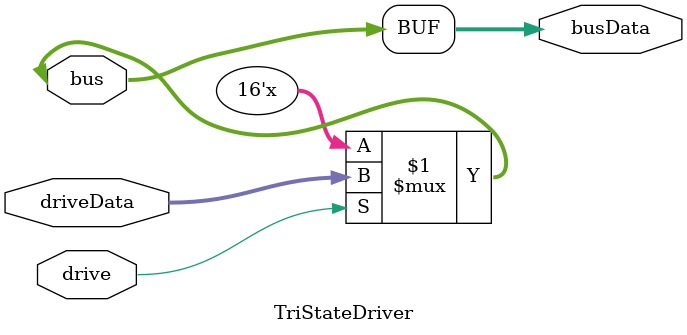
<source format=v>

module TriStateDriver(
    output [15:0] busData,
    input [15:0] driveData,
    inout [15:0] bus,
    input drive);

    assign bus = drive ? driveData : {(16){1'bz}};
    assign busData = bus;
endmodule

</source>
